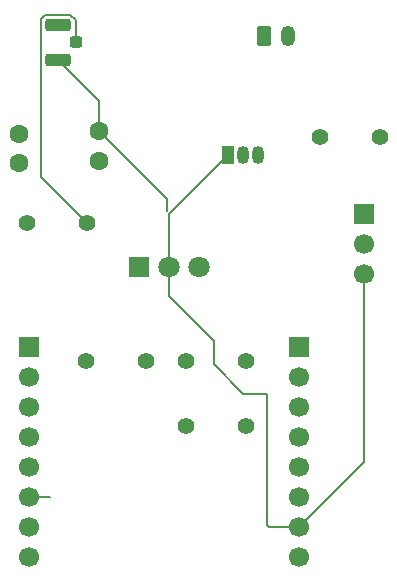
<source format=gbr>
%TF.GenerationSoftware,KiCad,Pcbnew,9.0.5*%
%TF.CreationDate,2026-01-13T16:05:56+09:00*%
%TF.ProjectId,main-board,6d61696e-2d62-46f6-9172-642e6b696361,rev?*%
%TF.SameCoordinates,Original*%
%TF.FileFunction,Copper,L4,Bot*%
%TF.FilePolarity,Positive*%
%FSLAX46Y46*%
G04 Gerber Fmt 4.6, Leading zero omitted, Abs format (unit mm)*
G04 Created by KiCad (PCBNEW 9.0.5) date 2026-01-13 16:05:56*
%MOMM*%
%LPD*%
G01*
G04 APERTURE LIST*
G04 Aperture macros list*
%AMRoundRect*
0 Rectangle with rounded corners*
0 $1 Rounding radius*
0 $2 $3 $4 $5 $6 $7 $8 $9 X,Y pos of 4 corners*
0 Add a 4 corners polygon primitive as box body*
4,1,4,$2,$3,$4,$5,$6,$7,$8,$9,$2,$3,0*
0 Add four circle primitives for the rounded corners*
1,1,$1+$1,$2,$3*
1,1,$1+$1,$4,$5*
1,1,$1+$1,$6,$7*
1,1,$1+$1,$8,$9*
0 Add four rect primitives between the rounded corners*
20,1,$1+$1,$2,$3,$4,$5,0*
20,1,$1+$1,$4,$5,$6,$7,0*
20,1,$1+$1,$6,$7,$8,$9,0*
20,1,$1+$1,$8,$9,$2,$3,0*%
G04 Aperture macros list end*
%TA.AperFunction,SMDPad,CuDef*%
%ADD10RoundRect,0.250000X0.275000X0.250000X-0.275000X0.250000X-0.275000X-0.250000X0.275000X-0.250000X0*%
%TD*%
%TA.AperFunction,SMDPad,CuDef*%
%ADD11RoundRect,0.250000X0.850000X0.275000X-0.850000X0.275000X-0.850000X-0.275000X0.850000X-0.275000X0*%
%TD*%
%TA.AperFunction,ComponentPad*%
%ADD12C,1.400000*%
%TD*%
%TA.AperFunction,ComponentPad*%
%ADD13R,1.700000X1.700000*%
%TD*%
%TA.AperFunction,ComponentPad*%
%ADD14C,1.700000*%
%TD*%
%TA.AperFunction,ComponentPad*%
%ADD15C,1.600000*%
%TD*%
%TA.AperFunction,ComponentPad*%
%ADD16RoundRect,0.250000X-0.350000X-0.625000X0.350000X-0.625000X0.350000X0.625000X-0.350000X0.625000X0*%
%TD*%
%TA.AperFunction,ComponentPad*%
%ADD17O,1.200000X1.750000*%
%TD*%
%TA.AperFunction,ComponentPad*%
%ADD18R,1.050000X1.500000*%
%TD*%
%TA.AperFunction,ComponentPad*%
%ADD19O,1.050000X1.500000*%
%TD*%
%TA.AperFunction,ComponentPad*%
%ADD20R,1.800000X1.800000*%
%TD*%
%TA.AperFunction,ComponentPad*%
%ADD21C,1.800000*%
%TD*%
%TA.AperFunction,Conductor*%
%ADD22C,0.200000*%
%TD*%
G04 APERTURE END LIST*
D10*
%TO.P,J1,1,EMI_SIG*%
%TO.N,Net-(J1-EMI_SIG)*%
X137550000Y-77750000D03*
D11*
%TO.P,J1,2,GND*%
%TO.N,GND*%
X136025000Y-79225000D03*
X136025000Y-76275000D03*
%TD*%
D12*
%TO.P,R2,1*%
%TO.N,Net-(J2-Pin_4)*%
X138420000Y-104750000D03*
%TO.P,R2,2*%
%TO.N,Net-(Q1-B)*%
X143500000Y-104750000D03*
%TD*%
D13*
%TO.P,J5,1,VCC*%
%TO.N,Net-(J4-Pin_8)*%
X162000000Y-92250000D03*
D14*
%TO.P,J5,2,DATA*%
%TO.N,Net-(J4-Pin_3)*%
X162000000Y-94790000D03*
%TO.P,J5,3,GND*%
%TO.N,GND*%
X162000000Y-97330000D03*
%TD*%
D12*
%TO.P,R1,1*%
%TO.N,Net-(J1-EMI_SIG)*%
X138500000Y-93000000D03*
%TO.P,R1,2*%
%TO.N,Net-(J2-Pin_2)*%
X133420000Y-93000000D03*
%TD*%
D15*
%TO.P,C1,1*%
%TO.N,Net-(J2-Pin_2)*%
X132750000Y-88000000D03*
%TO.P,C1,2*%
%TO.N,GND*%
X132750000Y-85500000D03*
%TD*%
D16*
%TO.P,J3,1,IR_LED+*%
%TO.N,Net-(J3-IR_LED+)*%
X153500000Y-77250000D03*
D17*
%TO.P,J3,2,IR_LED-*%
%TO.N,Net-(J3-IR_LED-)*%
X155500000Y-77250000D03*
%TD*%
D13*
%TO.P,J2,1,Pin_1*%
%TO.N,unconnected-(J2-Pin_1-Pad1)*%
X133600000Y-103550000D03*
D14*
%TO.P,J2,2,Pin_2*%
%TO.N,Net-(J2-Pin_2)*%
X133600000Y-106090000D03*
%TO.P,J2,3,Pin_3*%
%TO.N,unconnected-(J2-Pin_3-Pad3)*%
X133600000Y-108630000D03*
%TO.P,J2,4,Pin_4*%
%TO.N,Net-(J2-Pin_4)*%
X133600000Y-111170000D03*
%TO.P,J2,5,Pin_5*%
%TO.N,Net-(J2-Pin_5)*%
X133600000Y-113710000D03*
%TO.P,J2,6,Pin_6*%
%TO.N,Net-(J2-Pin_6)*%
X133600000Y-116250000D03*
%TO.P,J2,7,Pin_7*%
%TO.N,unconnected-(J2-Pin_7-Pad7)*%
X133600000Y-118790000D03*
%TO.P,J2,8,Pin_8*%
%TO.N,unconnected-(J2-Pin_8-Pad8)*%
X133600000Y-121330000D03*
%TD*%
D12*
%TO.P,R5,1*%
%TO.N,Net-(J3-IR_LED+)*%
X158210000Y-85750000D03*
%TO.P,R5,2*%
%TO.N,Net-(J4-Pin_8)*%
X163290000Y-85750000D03*
%TD*%
D13*
%TO.P,J4,1,Pin_1*%
%TO.N,unconnected-(J4-Pin_1-Pad1)*%
X156460000Y-103550000D03*
D14*
%TO.P,J4,2,Pin_2*%
%TO.N,unconnected-(J4-Pin_2-Pad2)*%
X156460000Y-106090000D03*
%TO.P,J4,3,Pin_3*%
%TO.N,Net-(J4-Pin_3)*%
X156460000Y-108630000D03*
%TO.P,J4,4,Pin_4*%
%TO.N,unconnected-(J4-Pin_4-Pad4)*%
X156460000Y-111170000D03*
%TO.P,J4,5,Pin_5*%
%TO.N,unconnected-(J4-Pin_5-Pad5)*%
X156460000Y-113710000D03*
%TO.P,J4,6,Pin_6*%
%TO.N,unconnected-(J4-Pin_6-Pad6)*%
X156460000Y-116250000D03*
%TO.P,J4,7,Pin_7*%
%TO.N,GND*%
X156460000Y-118790000D03*
%TO.P,J4,8,Pin_8*%
%TO.N,Net-(J4-Pin_8)*%
X156460000Y-121330000D03*
%TD*%
D18*
%TO.P,Q1,1,E*%
%TO.N,GND*%
X150460000Y-87250000D03*
D19*
%TO.P,Q1,2,B*%
%TO.N,Net-(Q1-B)*%
X151730000Y-87250000D03*
%TO.P,Q1,3,C*%
%TO.N,Net-(J3-IR_LED-)*%
X153000000Y-87250000D03*
%TD*%
D12*
%TO.P,R4,1*%
%TO.N,Net-(D1-K1)*%
X146880000Y-110250000D03*
%TO.P,R4,2*%
%TO.N,Net-(J2-Pin_5)*%
X151960000Y-110250000D03*
%TD*%
D20*
%TO.P,D1,1,K1*%
%TO.N,Net-(D1-K1)*%
X142920000Y-96750000D03*
D21*
%TO.P,D1,2,A*%
%TO.N,GND*%
X145460000Y-96750000D03*
%TO.P,D1,3,K2*%
%TO.N,Net-(D1-K2)*%
X148000000Y-96750000D03*
%TD*%
D12*
%TO.P,R3,1*%
%TO.N,Net-(J2-Pin_6)*%
X146920000Y-104750000D03*
%TO.P,R3,2*%
%TO.N,Net-(D1-K2)*%
X152000000Y-104750000D03*
%TD*%
D15*
%TO.P,C2A1,1*%
%TO.N,Net-(J2-Pin_2)*%
X139500000Y-87750000D03*
%TO.P,C2A1,2*%
%TO.N,GND*%
X139500000Y-85250000D03*
%TD*%
D22*
%TO.N,GND*%
X145460000Y-96750000D02*
X145460000Y-99210000D01*
X145460000Y-99210000D02*
X149250000Y-103000000D01*
X149250000Y-105000000D02*
X151750000Y-107500000D01*
X151750000Y-107500000D02*
X153750000Y-107500000D01*
X149250000Y-103000000D02*
X149250000Y-105000000D01*
X153750000Y-107500000D02*
X153750000Y-118580000D01*
X153750000Y-118580000D02*
X153960000Y-118790000D01*
X153960000Y-118790000D02*
X156460000Y-118790000D01*
X145250000Y-91000000D02*
X145250000Y-92000000D01*
X145460000Y-92210000D02*
X145460000Y-96750000D01*
X139500000Y-85250000D02*
X145250000Y-91000000D01*
X156460000Y-118790000D02*
X162000000Y-113250000D01*
X162000000Y-113250000D02*
X162000000Y-97330000D01*
X150460000Y-87250000D02*
X145460000Y-92250000D01*
%TO.N,Net-(J2-Pin_6)*%
X135420000Y-116250000D02*
X133600000Y-116250000D01*
%TO.N,GND*%
X136025000Y-79225000D02*
X139500000Y-82700000D01*
X139500000Y-82700000D02*
X139500000Y-85250000D01*
%TO.N,Net-(J1-EMI_SIG)*%
X134624000Y-89124000D02*
X138500000Y-93000000D01*
X134624000Y-75764840D02*
X134624000Y-89124000D01*
X134939840Y-75449000D02*
X134624000Y-75764840D01*
X137110160Y-75449000D02*
X134939840Y-75449000D01*
X137550000Y-75888840D02*
X137110160Y-75449000D01*
X137550000Y-77750000D02*
X137550000Y-75888840D01*
%TD*%
M02*

</source>
